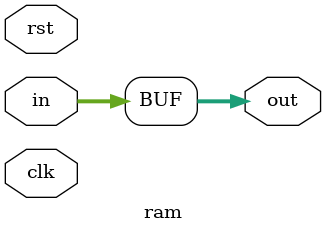
<source format=v>

module ram(clk,rst,in,out);
           input clk;
           input rst;
           input[31:0]in;
           output[31:0]out;
           assign out= in;
           reg xx;
endmodule





</source>
